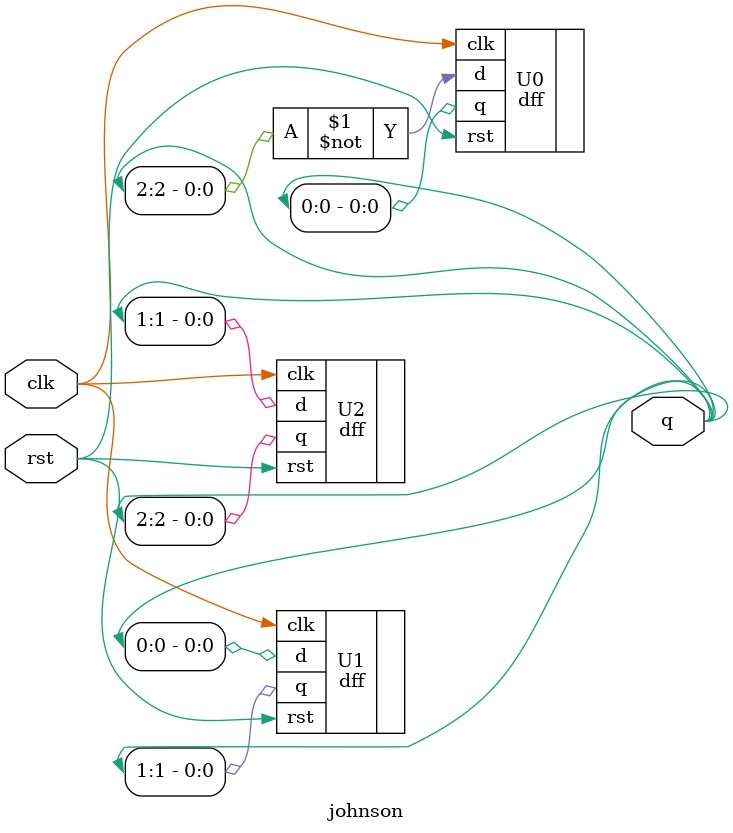
<source format=v>
module johnson (
    input rst,
    input clk,
    output [2:0] q
);

  dff U0 (
      .rst(rst),
      .clk(clk),
      .d  (~q[2]),
      .q  (q[0])
  );

  dff U1 (
      .rst(rst),
      .clk(clk),
      .d  (q[0]),
      .q  (q[1])
  );

  dff U2 (
      .rst(rst),
      .clk(clk),
      .d  (q[1]),
      .q  (q[2])
  );

endmodule

</source>
